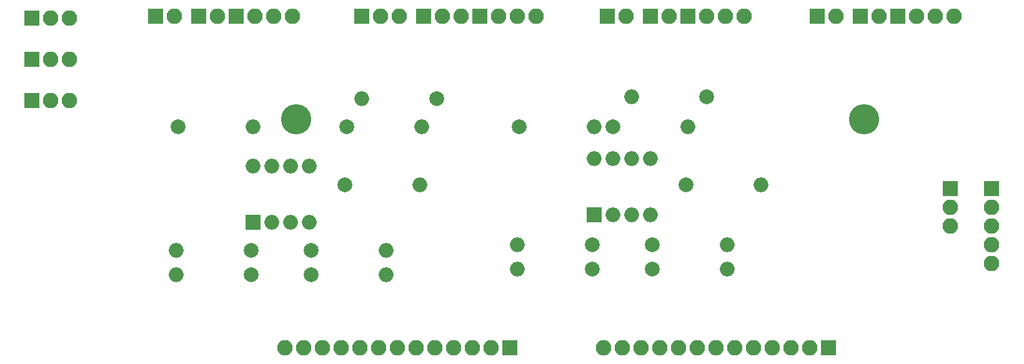
<source format=gts>
G04 #@! TF.FileFunction,Soldermask,Top*
%FSLAX46Y46*%
G04 Gerber Fmt 4.6, Leading zero omitted, Abs format (unit mm)*
G04 Created by KiCad (PCBNEW (2015-11-24 BZR 6329)-product) date Fri 24 Feb 2017 06:21:55 PM EST*
%MOMM*%
G01*
G04 APERTURE LIST*
%ADD10C,0.100000*%
%ADD11R,2.100000X2.100000*%
%ADD12O,2.100000X2.100000*%
%ADD13C,2.000000*%
%ADD14O,2.000000X2.000000*%
%ADD15R,2.000000X2.000000*%
%ADD16C,4.100000*%
G04 APERTURE END LIST*
D10*
D11*
X93218000Y-60452000D03*
D12*
X95758000Y-60452000D03*
X98298000Y-60452000D03*
D11*
X93218000Y-54864000D03*
D12*
X95758000Y-54864000D03*
X98298000Y-54864000D03*
D13*
X184658000Y-59944000D03*
D14*
X174498000Y-59944000D03*
D13*
X171958000Y-64008000D03*
D14*
X182118000Y-64008000D03*
D13*
X181864000Y-71882000D03*
D14*
X192024000Y-71882000D03*
D13*
X177292000Y-80010000D03*
D14*
X187452000Y-80010000D03*
D13*
X177292000Y-83312000D03*
D14*
X187452000Y-83312000D03*
D13*
X169164000Y-83312000D03*
D14*
X159004000Y-83312000D03*
D13*
X169164000Y-80010000D03*
D14*
X159004000Y-80010000D03*
D13*
X159258000Y-64008000D03*
D14*
X169418000Y-64008000D03*
D15*
X169418000Y-75946000D03*
D14*
X177038000Y-68326000D03*
X171958000Y-75946000D03*
X174498000Y-68326000D03*
X174498000Y-75946000D03*
X171958000Y-68326000D03*
X177038000Y-75946000D03*
X169418000Y-68326000D03*
D11*
X205486000Y-49022000D03*
D12*
X208026000Y-49022000D03*
D11*
X177038000Y-49022000D03*
D12*
X179578000Y-49022000D03*
D11*
X146304000Y-49022000D03*
D12*
X148844000Y-49022000D03*
X151384000Y-49022000D03*
D11*
X109982000Y-49022000D03*
D12*
X112522000Y-49022000D03*
D11*
X217678000Y-72390000D03*
D12*
X217678000Y-74930000D03*
X217678000Y-77470000D03*
D11*
X120904000Y-49022000D03*
D12*
X123444000Y-49022000D03*
X125984000Y-49022000D03*
X128524000Y-49022000D03*
D11*
X153924000Y-49022000D03*
D12*
X156464000Y-49022000D03*
X159004000Y-49022000D03*
X161544000Y-49022000D03*
D11*
X115824000Y-49022000D03*
D12*
X118364000Y-49022000D03*
D11*
X171196000Y-49022000D03*
D12*
X173736000Y-49022000D03*
D11*
X93218000Y-49276000D03*
D12*
X95758000Y-49276000D03*
X98298000Y-49276000D03*
D11*
X137922000Y-49022000D03*
D12*
X140462000Y-49022000D03*
X143002000Y-49022000D03*
D11*
X199644000Y-49022000D03*
D12*
X202184000Y-49022000D03*
D11*
X182118000Y-49022000D03*
D12*
X184658000Y-49022000D03*
X187198000Y-49022000D03*
X189738000Y-49022000D03*
D11*
X210566000Y-49022000D03*
D12*
X213106000Y-49022000D03*
X215646000Y-49022000D03*
X218186000Y-49022000D03*
D11*
X157988000Y-93980000D03*
D12*
X155448000Y-93980000D03*
X152908000Y-93980000D03*
X150368000Y-93980000D03*
X147828000Y-93980000D03*
X145288000Y-93980000D03*
X142748000Y-93980000D03*
X140208000Y-93980000D03*
X137668000Y-93980000D03*
X135128000Y-93980000D03*
X132588000Y-93980000D03*
X130048000Y-93980000D03*
X127508000Y-93980000D03*
D11*
X201168000Y-93980000D03*
D12*
X198628000Y-93980000D03*
X196088000Y-93980000D03*
X193548000Y-93980000D03*
X191008000Y-93980000D03*
X188468000Y-93980000D03*
X185928000Y-93980000D03*
X183388000Y-93980000D03*
X180848000Y-93980000D03*
X178308000Y-93980000D03*
X175768000Y-93980000D03*
X173228000Y-93980000D03*
X170688000Y-93980000D03*
D11*
X223266000Y-72390000D03*
D12*
X223266000Y-74930000D03*
X223266000Y-77470000D03*
X223266000Y-80010000D03*
X223266000Y-82550000D03*
D15*
X123190000Y-76962000D03*
D14*
X130810000Y-69342000D03*
X125730000Y-76962000D03*
X128270000Y-69342000D03*
X128270000Y-76962000D03*
X125730000Y-69342000D03*
X130810000Y-76962000D03*
X123190000Y-69342000D03*
D13*
X113030000Y-64008000D03*
D14*
X123190000Y-64008000D03*
D13*
X122936000Y-80772000D03*
D14*
X112776000Y-80772000D03*
D13*
X122936000Y-84074000D03*
D14*
X112776000Y-84074000D03*
D13*
X131064000Y-84074000D03*
D14*
X141224000Y-84074000D03*
D13*
X131064000Y-80772000D03*
D14*
X141224000Y-80772000D03*
D13*
X135636000Y-71882000D03*
D14*
X145796000Y-71882000D03*
D13*
X135890000Y-64008000D03*
D14*
X146050000Y-64008000D03*
D13*
X148082000Y-60198000D03*
D14*
X137922000Y-60198000D03*
D16*
X129032000Y-62992000D03*
X205994000Y-62992000D03*
M02*

</source>
